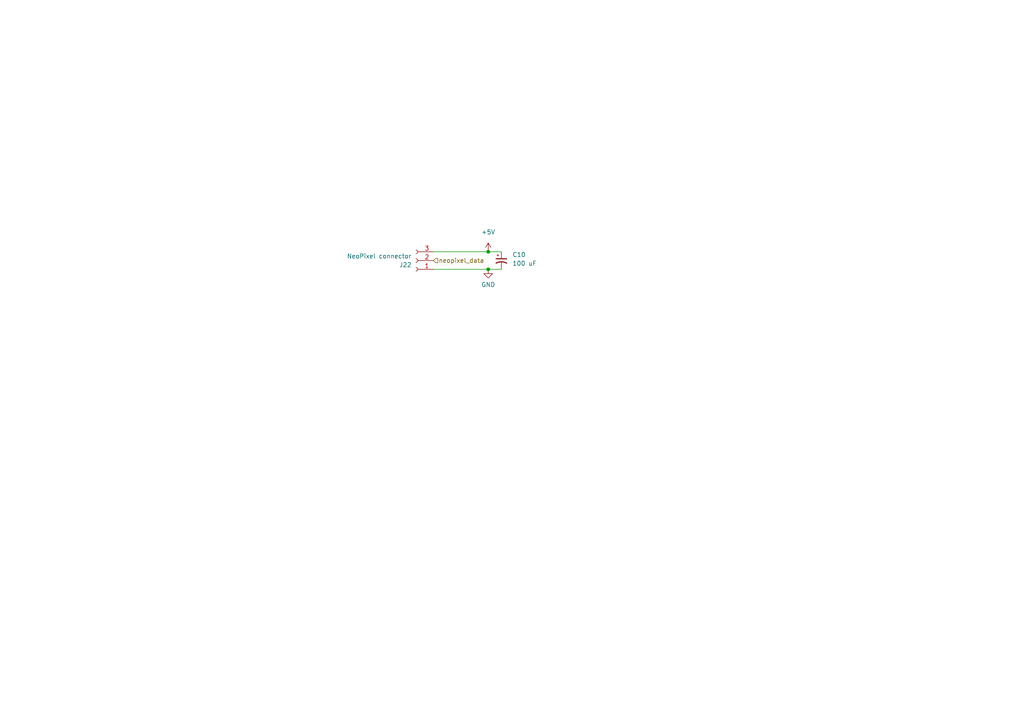
<source format=kicad_sch>
(kicad_sch (version 20211123) (generator eeschema)
  (paper "A4")
  (lib_symbols
    (symbol "Connector:Conn_01x03_Female" (pin_names (offset 1.016) hide)
      (property "Reference" "J" (at 0 5.08 0))
      (property "Value" "Conn_01x03_Female" (at 0 -5.08 0))
      (symbol "Conn_01x03_Female_1_1"
        (arc (start 0 -2.032) (mid -0.508 -2.54) (end 0 -3.048) (stroke (width 0.1524)))
        (polyline (pts (xy -1.27 -2.54) (xy -0.508 -2.54)) (stroke (width 0.1524)))
        (polyline (pts (xy -1.27 0) (xy -0.508 0)) (stroke (width 0.1524)))
        (polyline (pts (xy -1.27 2.54) (xy -0.508 2.54)) (stroke (width 0.1524)))
        (arc (start 0 0.508) (mid -0.508 0) (end 0 -0.508) (stroke (width 0.1524)))
        (arc (start 0 3.048) (mid -0.508 2.54) (end 0 2.032) (stroke (width 0.1524)))
        (pin passive line (at -5.08 2.54 0) (length 3.81) (name "Pin_1") (number "1"))
        (pin passive line (at -5.08 0 0) (length 3.81) (name "Pin_2") (number "2"))
        (pin passive line (at -5.08 -2.54 0) (length 3.81) (name "Pin_3") (number "3"))
      )
    )
    (symbol "Device:C_Polarized_Small_US" (pin_numbers hide) (pin_names (offset 0.254) hide)
      (property "Reference" "C" (at 0.254 1.778 0))
      (property "Value" "C_Polarized_Small_US" (at 0.254 -2.032 0))
      (symbol "C_Polarized_Small_US_0_1"
        (polyline (pts (xy -1.524 0.508) (xy 1.524 0.508)) (stroke (width 0.3048)))
        (polyline (pts (xy -1.27 1.524) (xy -0.762 1.524)))
        (polyline (pts (xy -1.016 1.27) (xy -1.016 1.778)))
        (arc (start 1.524 -0.762) (mid 0 -0.3734) (end -1.524 -0.762) (stroke (width 0.3048)))
      )
      (symbol "C_Polarized_Small_US_1_1"
        (pin passive line (at 0 2.54 270) (length 2.032) (name "~") (number "1"))
        (pin passive line (at 0 -2.54 90) (length 2.032) (name "~") (number "2"))
      )
    )
    (symbol "power:+5V" (power) (pin_names (offset 0))
      (property "Value" "+5V" (at 0 3.556 0))
      (symbol "+5V_0_1"
        (polyline (pts (xy -0.762 1.27) (xy 0 2.54)))
        (polyline (pts (xy 0 0) (xy 0 2.54)))
        (polyline (pts (xy 0 2.54) (xy 0.762 1.27)))
      )
      (symbol "+5V_1_1"
        (pin power_in line (at 0 0 90) (length 0) hide (name "+5V") (number "1"))
      )
    )
    (symbol "power:GND" (power) (pin_names (offset 0))
      (property "Value" "GND" (at 0 -3.81 0))
      (symbol "GND_0_1"
        (polyline (pts (xy 0 0) (xy 0 -1.27) (xy 1.27 -1.27) (xy 0 -2.54) (xy -1.27 -1.27) (xy 0 -1.27)))
      )
      (symbol "GND_1_1"
        (pin power_in line (at 0 0 270) (length 0) hide (name "GND") (number "1"))
      )
    )
  )
  (junction (at 141.605 78.105))
  (junction (at 141.605 73.025))
  (wire (pts (xy 141.605 78.105) (xy 145.415 78.105)))
  (wire (pts (xy 125.73 73.025) (xy 141.605 73.025)))
  (wire (pts (xy 141.605 73.025) (xy 145.415 73.025)))
  (wire (pts (xy 125.73 78.105) (xy 141.605 78.105)))
  (hierarchical_label "neopixel_data" (shape input) (at 125.73 75.565 0))
  (symbol (lib_id "Device:C_Polarized_Small_US") (at 145.415 75.565 0) (unit 1)
    (property "Reference" "C10" (at 148.59 73.8631 0) (effects (justify left)))
    (property "Value" "100 uF" (at 148.59 76.4031 0) (effects (justify left)))
    (property "Footprint" "Capacitor_THT:CP_Radial_D6.3mm_P2.50mm" (effects hide))
  )
  (symbol (lib_id "Connector:Conn_01x03_Female") (at 120.65 75.565 180) (unit 1)
    (property "Reference" "J22" (at 119.38 76.8351 0) (effects (justify left)))
    (property "Value" "NeoPixel connector" (at 119.38 74.2951 0) (effects (justify left)))
    (property "Footprint" "Connector_JST:JST_XH_B3B-XH-A_1x03_P2.50mm_Vertical" (effects hide))
  )
  (symbol (lib_id "power:+5V") (at 141.605 73.025 0) (unit 1)
    (property "Reference" "#PWR022" (effects hide))
    (property "Value" "+5V" (at 141.605 67.31 0))
  )
  (symbol (lib_id "power:GND") (at 141.605 78.105 0) (unit 1)
    (property "Reference" "#PWR021" (effects hide))
    (property "Value" "GND" (at 141.605 82.55 0))
  )
)
</source>
